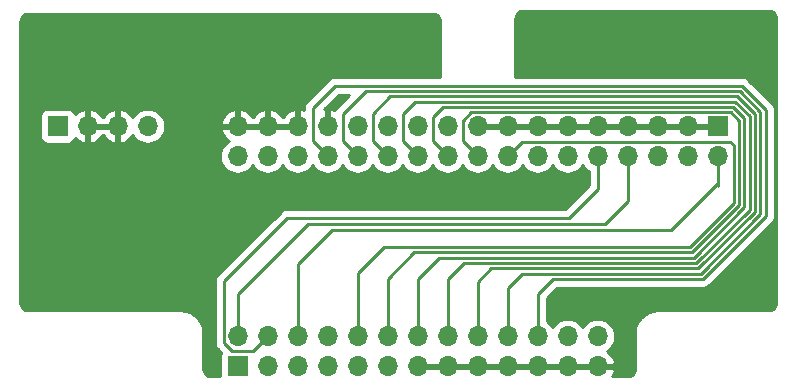
<source format=gbr>
G04 #@! TF.GenerationSoftware,KiCad,Pcbnew,(5.1.2)-2*
G04 #@! TF.CreationDate,2020-12-12T08:56:43+00:00*
G04 #@! TF.ProjectId,Amiga 34-pin to Citizen Slim 26-pin Adapter (Design B),416d6967-6120-4333-942d-70696e20746f,rev?*
G04 #@! TF.SameCoordinates,Original*
G04 #@! TF.FileFunction,Copper,L2,Bot*
G04 #@! TF.FilePolarity,Positive*
%FSLAX46Y46*%
G04 Gerber Fmt 4.6, Leading zero omitted, Abs format (unit mm)*
G04 Created by KiCad (PCBNEW (5.1.2)-2) date 2020-12-12 08:56:43*
%MOMM*%
%LPD*%
G04 APERTURE LIST*
%ADD10O,1.700000X1.700000*%
%ADD11R,1.700000X1.700000*%
%ADD12C,0.250000*%
%ADD13C,0.254000*%
G04 APERTURE END LIST*
D10*
X116840000Y-95250000D03*
X116840000Y-92710000D03*
X119380000Y-95250000D03*
X119380000Y-92710000D03*
X121920000Y-95250000D03*
X121920000Y-92710000D03*
X124460000Y-95250000D03*
X124460000Y-92710000D03*
X127000000Y-95250000D03*
X127000000Y-92710000D03*
X129540000Y-95250000D03*
X129540000Y-92710000D03*
X132080000Y-95250000D03*
X132080000Y-92710000D03*
X134620000Y-95250000D03*
X134620000Y-92710000D03*
X137160000Y-95250000D03*
X137160000Y-92710000D03*
X139700000Y-95250000D03*
X139700000Y-92710000D03*
X142240000Y-95250000D03*
X142240000Y-92710000D03*
X144780000Y-95250000D03*
X144780000Y-92710000D03*
X147320000Y-95250000D03*
X147320000Y-92710000D03*
X149860000Y-95250000D03*
X149860000Y-92710000D03*
X152400000Y-95250000D03*
X152400000Y-92710000D03*
X154940000Y-95250000D03*
X154940000Y-92710000D03*
X157480000Y-95250000D03*
D11*
X157480000Y-92710000D03*
D10*
X109220000Y-92710000D03*
X106680000Y-92710000D03*
X104140000Y-92710000D03*
D11*
X101600000Y-92710000D03*
D10*
X147320000Y-110490000D03*
X147320000Y-113030000D03*
X144780000Y-110490000D03*
X144780000Y-113030000D03*
X142240000Y-110490000D03*
X142240000Y-113030000D03*
X139700000Y-110490000D03*
X139700000Y-113030000D03*
X137160000Y-110490000D03*
X137160000Y-113030000D03*
X134620000Y-110490000D03*
X134620000Y-113030000D03*
X132080000Y-110490000D03*
X132080000Y-113030000D03*
X129540000Y-110490000D03*
X129540000Y-113030000D03*
X127000000Y-110490000D03*
X127000000Y-113030000D03*
X124460000Y-110490000D03*
X124460000Y-113030000D03*
X121920000Y-110490000D03*
X121920000Y-113030000D03*
X119380000Y-110490000D03*
X119380000Y-113030000D03*
X116840000Y-110490000D03*
D11*
X116840000Y-113030000D03*
D12*
X123610001Y-94400001D02*
X124460000Y-95250000D01*
X123190000Y-93980000D02*
X123610001Y-94400001D01*
X123190000Y-91186000D02*
X123190000Y-93980000D01*
X125083978Y-89292022D02*
X123190000Y-91186000D01*
X133206334Y-89292022D02*
X125083978Y-89292022D01*
X133213412Y-89284944D02*
X133206334Y-89292022D01*
X142240000Y-110490000D02*
X142240000Y-106934000D01*
X142240000Y-106934000D02*
X143521022Y-105652978D01*
X143521022Y-105652978D02*
X156229488Y-105652978D01*
X156229488Y-105652978D02*
X161544000Y-100338466D01*
X161544000Y-100338466D02*
X161544000Y-91306943D01*
X161544000Y-91306943D02*
X159522001Y-89284944D01*
X159522001Y-89284944D02*
X133213412Y-89284944D01*
X127681967Y-89742033D02*
X125730000Y-91694000D01*
X133392734Y-89742033D02*
X127681967Y-89742033D01*
X161093989Y-100152066D02*
X161093989Y-91493343D01*
X161093989Y-91493343D02*
X159335601Y-89734955D01*
X125730000Y-93980000D02*
X126150001Y-94400001D01*
X125730000Y-91694000D02*
X125730000Y-93980000D01*
X133399812Y-89734955D02*
X133392734Y-89742033D01*
X156043088Y-105202967D02*
X161093989Y-100152066D01*
X139700000Y-106426000D02*
X140923033Y-105202967D01*
X139700000Y-110490000D02*
X139700000Y-106426000D01*
X126150001Y-94400001D02*
X127000000Y-95250000D01*
X159335601Y-89734955D02*
X133399812Y-89734955D01*
X140923033Y-105202967D02*
X156043088Y-105202967D01*
X137160000Y-105918000D02*
X138325044Y-104752956D01*
X128690001Y-94400001D02*
X129540000Y-95250000D01*
X128270000Y-93980000D02*
X128690001Y-94400001D01*
X129771956Y-90192044D02*
X128270000Y-91694000D01*
X133579134Y-90192044D02*
X129771956Y-90192044D01*
X133586212Y-90184966D02*
X133579134Y-90192044D01*
X159149201Y-90184966D02*
X133586212Y-90184966D01*
X155856688Y-104752956D02*
X160643978Y-99965666D01*
X138325044Y-104752956D02*
X155856688Y-104752956D01*
X137160000Y-110490000D02*
X137160000Y-105918000D01*
X128270000Y-91694000D02*
X128270000Y-93980000D01*
X160643978Y-99965666D02*
X160643978Y-91679743D01*
X160643978Y-91679743D02*
X159149201Y-90184966D01*
X155670288Y-104302945D02*
X160193967Y-99779266D01*
X160193967Y-99779266D02*
X160193967Y-91866143D01*
X160193967Y-91866143D02*
X158962801Y-90634977D01*
X131861945Y-90642055D02*
X130810000Y-91694000D01*
X133772612Y-90634977D02*
X133765534Y-90642055D01*
X130810000Y-93980000D02*
X131230001Y-94400001D01*
X131230001Y-94400001D02*
X132080000Y-95250000D01*
X133765534Y-90642055D02*
X131861945Y-90642055D01*
X135981055Y-104302945D02*
X155670288Y-104302945D01*
X134620000Y-105664000D02*
X135981055Y-104302945D01*
X134620000Y-110490000D02*
X134620000Y-105664000D01*
X158962801Y-90634977D02*
X133772612Y-90634977D01*
X130810000Y-91694000D02*
X130810000Y-93980000D01*
X132080000Y-110490000D02*
X132080000Y-105664000D01*
X132080000Y-105664000D02*
X133891066Y-103852934D01*
X133891066Y-103852934D02*
X155483888Y-103852934D01*
X159743956Y-92052543D02*
X158776401Y-91084988D01*
X158776401Y-91084988D02*
X134213012Y-91084988D01*
X133350000Y-91948000D02*
X133350000Y-93980000D01*
X133770001Y-94400001D02*
X134620000Y-95250000D01*
X159743956Y-99592866D02*
X159743956Y-92052543D01*
X134213012Y-91084988D02*
X133350000Y-91948000D01*
X155483888Y-103852934D02*
X159743956Y-99592866D01*
X133350000Y-93980000D02*
X133770001Y-94400001D01*
X129540000Y-110490000D02*
X129540000Y-105664000D01*
X159293945Y-99406466D02*
X159293945Y-92238943D01*
X131801077Y-103402923D02*
X155297488Y-103402923D01*
X136310001Y-94400001D02*
X137160000Y-95250000D01*
X155297488Y-103402923D02*
X159293945Y-99406466D01*
X135890000Y-93980000D02*
X136310001Y-94400001D01*
X135890000Y-92240998D02*
X135890000Y-93980000D01*
X136595999Y-91534999D02*
X135890000Y-92240998D01*
X159293945Y-92238943D02*
X158590001Y-91534999D01*
X129540000Y-105664000D02*
X131801077Y-103402923D01*
X158590001Y-91534999D02*
X136595999Y-91534999D01*
X155111088Y-102952912D02*
X158843934Y-99220066D01*
X158843934Y-99220066D02*
X158843934Y-94327934D01*
X158843934Y-94327934D02*
X158546800Y-94030800D01*
X158546800Y-94030800D02*
X140919200Y-94030800D01*
X140549999Y-94400001D02*
X139700000Y-95250000D01*
X140919200Y-94030800D02*
X140549999Y-94400001D01*
X127000000Y-110490000D02*
X127000000Y-105156000D01*
X127000000Y-105156000D02*
X129203088Y-102952912D01*
X129203088Y-102952912D02*
X155111088Y-102952912D01*
X157480000Y-97790000D02*
X157480000Y-96452081D01*
X157480000Y-96452081D02*
X157480000Y-95250000D01*
X157480000Y-97536000D02*
X157480000Y-96452081D01*
X153543000Y-101473000D02*
X157480000Y-97536000D01*
X124841000Y-101473000D02*
X153543000Y-101473000D01*
X121920000Y-104394000D02*
X124841000Y-101473000D01*
X121920000Y-110490000D02*
X121920000Y-104394000D01*
X118110000Y-111760000D02*
X119285001Y-110584999D01*
X116370998Y-111760000D02*
X118110000Y-111760000D01*
X147320000Y-95250000D02*
X147320000Y-98044000D01*
X144907000Y-100457000D02*
X121031000Y-100457000D01*
X147320000Y-98044000D02*
X144907000Y-100457000D01*
X121031000Y-100457000D02*
X115664999Y-105823001D01*
X115664999Y-105823001D02*
X115664999Y-111054001D01*
X115664999Y-111054001D02*
X116370998Y-111760000D01*
X149860000Y-96452081D02*
X149860000Y-95250000D01*
X149860000Y-99060000D02*
X149860000Y-96452081D01*
X147955000Y-100965000D02*
X149860000Y-99060000D01*
X122809000Y-100965000D02*
X147955000Y-100965000D01*
X116840000Y-110490000D02*
X116840000Y-106934000D01*
X116840000Y-106934000D02*
X122809000Y-100965000D01*
D13*
G36*
X133467869Y-83224722D02*
G01*
X133581246Y-83258953D01*
X133685819Y-83314555D01*
X133777596Y-83389407D01*
X133853091Y-83480664D01*
X133909419Y-83584844D01*
X133944440Y-83697976D01*
X133960001Y-83846031D01*
X133960000Y-88524944D01*
X133250735Y-88524944D01*
X133213412Y-88521268D01*
X133176090Y-88524944D01*
X133176079Y-88524944D01*
X133104216Y-88532022D01*
X125121300Y-88532022D01*
X125083977Y-88528346D01*
X125046654Y-88532022D01*
X125046645Y-88532022D01*
X124934992Y-88543019D01*
X124791731Y-88586476D01*
X124659702Y-88657048D01*
X124659700Y-88657049D01*
X124659701Y-88657049D01*
X124572974Y-88728223D01*
X124572970Y-88728227D01*
X124543977Y-88752021D01*
X124520183Y-88781014D01*
X122679002Y-90622197D01*
X122649999Y-90645999D01*
X122594871Y-90713174D01*
X122555026Y-90761724D01*
X122503368Y-90858369D01*
X122484454Y-90893754D01*
X122440997Y-91037015D01*
X122430000Y-91148668D01*
X122430000Y-91148678D01*
X122426324Y-91186000D01*
X122430000Y-91223323D01*
X122430000Y-91315986D01*
X122424099Y-91313175D01*
X122276890Y-91268524D01*
X122047000Y-91389845D01*
X122047000Y-92583000D01*
X122067000Y-92583000D01*
X122067000Y-92837000D01*
X122047000Y-92837000D01*
X122047000Y-92857000D01*
X121793000Y-92857000D01*
X121793000Y-92837000D01*
X119507000Y-92837000D01*
X119507000Y-92857000D01*
X119253000Y-92857000D01*
X119253000Y-92837000D01*
X116967000Y-92837000D01*
X116967000Y-92857000D01*
X116713000Y-92857000D01*
X116713000Y-92837000D01*
X115519186Y-92837000D01*
X115398519Y-93066891D01*
X115495843Y-93341252D01*
X115644822Y-93591355D01*
X115839731Y-93807588D01*
X116068756Y-93978416D01*
X116010986Y-94009294D01*
X115784866Y-94194866D01*
X115599294Y-94420986D01*
X115461401Y-94678966D01*
X115376487Y-94958889D01*
X115347815Y-95250000D01*
X115376487Y-95541111D01*
X115461401Y-95821034D01*
X115599294Y-96079014D01*
X115784866Y-96305134D01*
X116010986Y-96490706D01*
X116268966Y-96628599D01*
X116548889Y-96713513D01*
X116767050Y-96735000D01*
X116912950Y-96735000D01*
X117131111Y-96713513D01*
X117411034Y-96628599D01*
X117669014Y-96490706D01*
X117895134Y-96305134D01*
X118080706Y-96079014D01*
X118110000Y-96024209D01*
X118139294Y-96079014D01*
X118324866Y-96305134D01*
X118550986Y-96490706D01*
X118808966Y-96628599D01*
X119088889Y-96713513D01*
X119307050Y-96735000D01*
X119452950Y-96735000D01*
X119671111Y-96713513D01*
X119951034Y-96628599D01*
X120209014Y-96490706D01*
X120435134Y-96305134D01*
X120620706Y-96079014D01*
X120650000Y-96024209D01*
X120679294Y-96079014D01*
X120864866Y-96305134D01*
X121090986Y-96490706D01*
X121348966Y-96628599D01*
X121628889Y-96713513D01*
X121847050Y-96735000D01*
X121992950Y-96735000D01*
X122211111Y-96713513D01*
X122491034Y-96628599D01*
X122749014Y-96490706D01*
X122975134Y-96305134D01*
X123160706Y-96079014D01*
X123190000Y-96024209D01*
X123219294Y-96079014D01*
X123404866Y-96305134D01*
X123630986Y-96490706D01*
X123888966Y-96628599D01*
X124168889Y-96713513D01*
X124387050Y-96735000D01*
X124532950Y-96735000D01*
X124751111Y-96713513D01*
X125031034Y-96628599D01*
X125289014Y-96490706D01*
X125515134Y-96305134D01*
X125700706Y-96079014D01*
X125730000Y-96024209D01*
X125759294Y-96079014D01*
X125944866Y-96305134D01*
X126170986Y-96490706D01*
X126428966Y-96628599D01*
X126708889Y-96713513D01*
X126927050Y-96735000D01*
X127072950Y-96735000D01*
X127291111Y-96713513D01*
X127571034Y-96628599D01*
X127829014Y-96490706D01*
X128055134Y-96305134D01*
X128240706Y-96079014D01*
X128270000Y-96024209D01*
X128299294Y-96079014D01*
X128484866Y-96305134D01*
X128710986Y-96490706D01*
X128968966Y-96628599D01*
X129248889Y-96713513D01*
X129467050Y-96735000D01*
X129612950Y-96735000D01*
X129831111Y-96713513D01*
X130111034Y-96628599D01*
X130369014Y-96490706D01*
X130595134Y-96305134D01*
X130780706Y-96079014D01*
X130810000Y-96024209D01*
X130839294Y-96079014D01*
X131024866Y-96305134D01*
X131250986Y-96490706D01*
X131508966Y-96628599D01*
X131788889Y-96713513D01*
X132007050Y-96735000D01*
X132152950Y-96735000D01*
X132371111Y-96713513D01*
X132651034Y-96628599D01*
X132909014Y-96490706D01*
X133135134Y-96305134D01*
X133320706Y-96079014D01*
X133350000Y-96024209D01*
X133379294Y-96079014D01*
X133564866Y-96305134D01*
X133790986Y-96490706D01*
X134048966Y-96628599D01*
X134328889Y-96713513D01*
X134547050Y-96735000D01*
X134692950Y-96735000D01*
X134911111Y-96713513D01*
X135191034Y-96628599D01*
X135449014Y-96490706D01*
X135675134Y-96305134D01*
X135860706Y-96079014D01*
X135890000Y-96024209D01*
X135919294Y-96079014D01*
X136104866Y-96305134D01*
X136330986Y-96490706D01*
X136588966Y-96628599D01*
X136868889Y-96713513D01*
X137087050Y-96735000D01*
X137232950Y-96735000D01*
X137451111Y-96713513D01*
X137731034Y-96628599D01*
X137989014Y-96490706D01*
X138215134Y-96305134D01*
X138400706Y-96079014D01*
X138430000Y-96024209D01*
X138459294Y-96079014D01*
X138644866Y-96305134D01*
X138870986Y-96490706D01*
X139128966Y-96628599D01*
X139408889Y-96713513D01*
X139627050Y-96735000D01*
X139772950Y-96735000D01*
X139991111Y-96713513D01*
X140271034Y-96628599D01*
X140529014Y-96490706D01*
X140755134Y-96305134D01*
X140940706Y-96079014D01*
X140970000Y-96024209D01*
X140999294Y-96079014D01*
X141184866Y-96305134D01*
X141410986Y-96490706D01*
X141668966Y-96628599D01*
X141948889Y-96713513D01*
X142167050Y-96735000D01*
X142312950Y-96735000D01*
X142531111Y-96713513D01*
X142811034Y-96628599D01*
X143069014Y-96490706D01*
X143295134Y-96305134D01*
X143480706Y-96079014D01*
X143510000Y-96024209D01*
X143539294Y-96079014D01*
X143724866Y-96305134D01*
X143950986Y-96490706D01*
X144208966Y-96628599D01*
X144488889Y-96713513D01*
X144707050Y-96735000D01*
X144852950Y-96735000D01*
X145071111Y-96713513D01*
X145351034Y-96628599D01*
X145609014Y-96490706D01*
X145835134Y-96305134D01*
X146020706Y-96079014D01*
X146050000Y-96024209D01*
X146079294Y-96079014D01*
X146264866Y-96305134D01*
X146490986Y-96490706D01*
X146560000Y-96527595D01*
X146560001Y-97729197D01*
X144592199Y-99697000D01*
X121068322Y-99697000D01*
X121030999Y-99693324D01*
X120993676Y-99697000D01*
X120993667Y-99697000D01*
X120882014Y-99707997D01*
X120738753Y-99751454D01*
X120606724Y-99822026D01*
X120606722Y-99822027D01*
X120606723Y-99822027D01*
X120519996Y-99893201D01*
X120519992Y-99893205D01*
X120490999Y-99916999D01*
X120467205Y-99945992D01*
X115154002Y-105259197D01*
X115124998Y-105283000D01*
X115069870Y-105350175D01*
X115030025Y-105398725D01*
X114974845Y-105501959D01*
X114959453Y-105530755D01*
X114915996Y-105674016D01*
X114904999Y-105785669D01*
X114904999Y-105785679D01*
X114901323Y-105823001D01*
X114904999Y-105860324D01*
X114905000Y-111016669D01*
X114901323Y-111054001D01*
X114905000Y-111091334D01*
X114915997Y-111202987D01*
X114926922Y-111239003D01*
X114959453Y-111346247D01*
X115030025Y-111478277D01*
X115101200Y-111565003D01*
X115124999Y-111594002D01*
X115153997Y-111617800D01*
X115425410Y-111889214D01*
X115400498Y-111935820D01*
X115364188Y-112055518D01*
X115351928Y-112180000D01*
X115351928Y-113880000D01*
X115353307Y-113894000D01*
X114586279Y-113894000D01*
X114436131Y-113879278D01*
X114322754Y-113845047D01*
X114218183Y-113789446D01*
X114126405Y-113714594D01*
X114050909Y-113623335D01*
X113994581Y-113519160D01*
X113959560Y-113406024D01*
X113944000Y-113257979D01*
X113944000Y-110203581D01*
X113941198Y-110175135D01*
X113941253Y-110167318D01*
X113940354Y-110158147D01*
X113914446Y-109911644D01*
X113902414Y-109853028D01*
X113891208Y-109794284D01*
X113888544Y-109785462D01*
X113815249Y-109548686D01*
X113792074Y-109493555D01*
X113769661Y-109438080D01*
X113765334Y-109429944D01*
X113647446Y-109211914D01*
X113614012Y-109162346D01*
X113581240Y-109112265D01*
X113575416Y-109105124D01*
X113417423Y-108914144D01*
X113374988Y-108872005D01*
X113333125Y-108829255D01*
X113326024Y-108823381D01*
X113133946Y-108666727D01*
X113084169Y-108633655D01*
X113034763Y-108599826D01*
X113026657Y-108595444D01*
X112807809Y-108479081D01*
X112752532Y-108456298D01*
X112697525Y-108432721D01*
X112688722Y-108429997D01*
X112451441Y-108358357D01*
X112392754Y-108346736D01*
X112334248Y-108334300D01*
X112325085Y-108333337D01*
X112325083Y-108333337D01*
X112078405Y-108309150D01*
X112078402Y-108309150D01*
X112046419Y-108306000D01*
X99092279Y-108306000D01*
X98942131Y-108291278D01*
X98828754Y-108257047D01*
X98724183Y-108201446D01*
X98632405Y-108126594D01*
X98556909Y-108035335D01*
X98500581Y-107931160D01*
X98465560Y-107818024D01*
X98450000Y-107669979D01*
X98450000Y-91860000D01*
X100111928Y-91860000D01*
X100111928Y-93560000D01*
X100124188Y-93684482D01*
X100160498Y-93804180D01*
X100219463Y-93914494D01*
X100298815Y-94011185D01*
X100395506Y-94090537D01*
X100505820Y-94149502D01*
X100625518Y-94185812D01*
X100750000Y-94198072D01*
X102450000Y-94198072D01*
X102574482Y-94185812D01*
X102694180Y-94149502D01*
X102804494Y-94090537D01*
X102901185Y-94011185D01*
X102980537Y-93914494D01*
X103039502Y-93804180D01*
X103063966Y-93723534D01*
X103139731Y-93807588D01*
X103373080Y-93981641D01*
X103635901Y-94106825D01*
X103783110Y-94151476D01*
X104013000Y-94030155D01*
X104013000Y-92837000D01*
X104267000Y-92837000D01*
X104267000Y-94030155D01*
X104496890Y-94151476D01*
X104644099Y-94106825D01*
X104906920Y-93981641D01*
X105140269Y-93807588D01*
X105335178Y-93591355D01*
X105410000Y-93465745D01*
X105484822Y-93591355D01*
X105679731Y-93807588D01*
X105913080Y-93981641D01*
X106175901Y-94106825D01*
X106323110Y-94151476D01*
X106553000Y-94030155D01*
X106553000Y-92837000D01*
X104267000Y-92837000D01*
X104013000Y-92837000D01*
X103993000Y-92837000D01*
X103993000Y-92583000D01*
X104013000Y-92583000D01*
X104013000Y-91389845D01*
X104267000Y-91389845D01*
X104267000Y-92583000D01*
X106553000Y-92583000D01*
X106553000Y-91389845D01*
X106807000Y-91389845D01*
X106807000Y-92583000D01*
X106827000Y-92583000D01*
X106827000Y-92837000D01*
X106807000Y-92837000D01*
X106807000Y-94030155D01*
X107036890Y-94151476D01*
X107184099Y-94106825D01*
X107446920Y-93981641D01*
X107680269Y-93807588D01*
X107875178Y-93591355D01*
X107944799Y-93474477D01*
X107979294Y-93539014D01*
X108164866Y-93765134D01*
X108390986Y-93950706D01*
X108648966Y-94088599D01*
X108928889Y-94173513D01*
X109147050Y-94195000D01*
X109292950Y-94195000D01*
X109511111Y-94173513D01*
X109791034Y-94088599D01*
X110049014Y-93950706D01*
X110275134Y-93765134D01*
X110460706Y-93539014D01*
X110598599Y-93281034D01*
X110683513Y-93001111D01*
X110712185Y-92710000D01*
X110683513Y-92418889D01*
X110663559Y-92353109D01*
X115398519Y-92353109D01*
X115519186Y-92583000D01*
X116713000Y-92583000D01*
X116713000Y-91389845D01*
X116967000Y-91389845D01*
X116967000Y-92583000D01*
X119253000Y-92583000D01*
X119253000Y-91389845D01*
X119507000Y-91389845D01*
X119507000Y-92583000D01*
X121793000Y-92583000D01*
X121793000Y-91389845D01*
X121563110Y-91268524D01*
X121415901Y-91313175D01*
X121153080Y-91438359D01*
X120919731Y-91612412D01*
X120724822Y-91828645D01*
X120650000Y-91954255D01*
X120575178Y-91828645D01*
X120380269Y-91612412D01*
X120146920Y-91438359D01*
X119884099Y-91313175D01*
X119736890Y-91268524D01*
X119507000Y-91389845D01*
X119253000Y-91389845D01*
X119023110Y-91268524D01*
X118875901Y-91313175D01*
X118613080Y-91438359D01*
X118379731Y-91612412D01*
X118184822Y-91828645D01*
X118110000Y-91954255D01*
X118035178Y-91828645D01*
X117840269Y-91612412D01*
X117606920Y-91438359D01*
X117344099Y-91313175D01*
X117196890Y-91268524D01*
X116967000Y-91389845D01*
X116713000Y-91389845D01*
X116483110Y-91268524D01*
X116335901Y-91313175D01*
X116073080Y-91438359D01*
X115839731Y-91612412D01*
X115644822Y-91828645D01*
X115495843Y-92078748D01*
X115398519Y-92353109D01*
X110663559Y-92353109D01*
X110598599Y-92138966D01*
X110460706Y-91880986D01*
X110275134Y-91654866D01*
X110049014Y-91469294D01*
X109791034Y-91331401D01*
X109511111Y-91246487D01*
X109292950Y-91225000D01*
X109147050Y-91225000D01*
X108928889Y-91246487D01*
X108648966Y-91331401D01*
X108390986Y-91469294D01*
X108164866Y-91654866D01*
X107979294Y-91880986D01*
X107944799Y-91945523D01*
X107875178Y-91828645D01*
X107680269Y-91612412D01*
X107446920Y-91438359D01*
X107184099Y-91313175D01*
X107036890Y-91268524D01*
X106807000Y-91389845D01*
X106553000Y-91389845D01*
X106323110Y-91268524D01*
X106175901Y-91313175D01*
X105913080Y-91438359D01*
X105679731Y-91612412D01*
X105484822Y-91828645D01*
X105410000Y-91954255D01*
X105335178Y-91828645D01*
X105140269Y-91612412D01*
X104906920Y-91438359D01*
X104644099Y-91313175D01*
X104496890Y-91268524D01*
X104267000Y-91389845D01*
X104013000Y-91389845D01*
X103783110Y-91268524D01*
X103635901Y-91313175D01*
X103373080Y-91438359D01*
X103139731Y-91612412D01*
X103063966Y-91696466D01*
X103039502Y-91615820D01*
X102980537Y-91505506D01*
X102901185Y-91408815D01*
X102804494Y-91329463D01*
X102694180Y-91270498D01*
X102574482Y-91234188D01*
X102450000Y-91221928D01*
X100750000Y-91221928D01*
X100625518Y-91234188D01*
X100505820Y-91270498D01*
X100395506Y-91329463D01*
X100298815Y-91408815D01*
X100219463Y-91505506D01*
X100160498Y-91615820D01*
X100124188Y-91735518D01*
X100111928Y-91860000D01*
X98450000Y-91860000D01*
X98450000Y-83852279D01*
X98464722Y-83702131D01*
X98498953Y-83588754D01*
X98554555Y-83484181D01*
X98629407Y-83392404D01*
X98720664Y-83316909D01*
X98824844Y-83260581D01*
X98937976Y-83225560D01*
X99086022Y-83210000D01*
X133317721Y-83210000D01*
X133467869Y-83224722D01*
X133467869Y-83224722D01*
G37*
X133467869Y-83224722D02*
X133581246Y-83258953D01*
X133685819Y-83314555D01*
X133777596Y-83389407D01*
X133853091Y-83480664D01*
X133909419Y-83584844D01*
X133944440Y-83697976D01*
X133960001Y-83846031D01*
X133960000Y-88524944D01*
X133250735Y-88524944D01*
X133213412Y-88521268D01*
X133176090Y-88524944D01*
X133176079Y-88524944D01*
X133104216Y-88532022D01*
X125121300Y-88532022D01*
X125083977Y-88528346D01*
X125046654Y-88532022D01*
X125046645Y-88532022D01*
X124934992Y-88543019D01*
X124791731Y-88586476D01*
X124659702Y-88657048D01*
X124659700Y-88657049D01*
X124659701Y-88657049D01*
X124572974Y-88728223D01*
X124572970Y-88728227D01*
X124543977Y-88752021D01*
X124520183Y-88781014D01*
X122679002Y-90622197D01*
X122649999Y-90645999D01*
X122594871Y-90713174D01*
X122555026Y-90761724D01*
X122503368Y-90858369D01*
X122484454Y-90893754D01*
X122440997Y-91037015D01*
X122430000Y-91148668D01*
X122430000Y-91148678D01*
X122426324Y-91186000D01*
X122430000Y-91223323D01*
X122430000Y-91315986D01*
X122424099Y-91313175D01*
X122276890Y-91268524D01*
X122047000Y-91389845D01*
X122047000Y-92583000D01*
X122067000Y-92583000D01*
X122067000Y-92837000D01*
X122047000Y-92837000D01*
X122047000Y-92857000D01*
X121793000Y-92857000D01*
X121793000Y-92837000D01*
X119507000Y-92837000D01*
X119507000Y-92857000D01*
X119253000Y-92857000D01*
X119253000Y-92837000D01*
X116967000Y-92837000D01*
X116967000Y-92857000D01*
X116713000Y-92857000D01*
X116713000Y-92837000D01*
X115519186Y-92837000D01*
X115398519Y-93066891D01*
X115495843Y-93341252D01*
X115644822Y-93591355D01*
X115839731Y-93807588D01*
X116068756Y-93978416D01*
X116010986Y-94009294D01*
X115784866Y-94194866D01*
X115599294Y-94420986D01*
X115461401Y-94678966D01*
X115376487Y-94958889D01*
X115347815Y-95250000D01*
X115376487Y-95541111D01*
X115461401Y-95821034D01*
X115599294Y-96079014D01*
X115784866Y-96305134D01*
X116010986Y-96490706D01*
X116268966Y-96628599D01*
X116548889Y-96713513D01*
X116767050Y-96735000D01*
X116912950Y-96735000D01*
X117131111Y-96713513D01*
X117411034Y-96628599D01*
X117669014Y-96490706D01*
X117895134Y-96305134D01*
X118080706Y-96079014D01*
X118110000Y-96024209D01*
X118139294Y-96079014D01*
X118324866Y-96305134D01*
X118550986Y-96490706D01*
X118808966Y-96628599D01*
X119088889Y-96713513D01*
X119307050Y-96735000D01*
X119452950Y-96735000D01*
X119671111Y-96713513D01*
X119951034Y-96628599D01*
X120209014Y-96490706D01*
X120435134Y-96305134D01*
X120620706Y-96079014D01*
X120650000Y-96024209D01*
X120679294Y-96079014D01*
X120864866Y-96305134D01*
X121090986Y-96490706D01*
X121348966Y-96628599D01*
X121628889Y-96713513D01*
X121847050Y-96735000D01*
X121992950Y-96735000D01*
X122211111Y-96713513D01*
X122491034Y-96628599D01*
X122749014Y-96490706D01*
X122975134Y-96305134D01*
X123160706Y-96079014D01*
X123190000Y-96024209D01*
X123219294Y-96079014D01*
X123404866Y-96305134D01*
X123630986Y-96490706D01*
X123888966Y-96628599D01*
X124168889Y-96713513D01*
X124387050Y-96735000D01*
X124532950Y-96735000D01*
X124751111Y-96713513D01*
X125031034Y-96628599D01*
X125289014Y-96490706D01*
X125515134Y-96305134D01*
X125700706Y-96079014D01*
X125730000Y-96024209D01*
X125759294Y-96079014D01*
X125944866Y-96305134D01*
X126170986Y-96490706D01*
X126428966Y-96628599D01*
X126708889Y-96713513D01*
X126927050Y-96735000D01*
X127072950Y-96735000D01*
X127291111Y-96713513D01*
X127571034Y-96628599D01*
X127829014Y-96490706D01*
X128055134Y-96305134D01*
X128240706Y-96079014D01*
X128270000Y-96024209D01*
X128299294Y-96079014D01*
X128484866Y-96305134D01*
X128710986Y-96490706D01*
X128968966Y-96628599D01*
X129248889Y-96713513D01*
X129467050Y-96735000D01*
X129612950Y-96735000D01*
X129831111Y-96713513D01*
X130111034Y-96628599D01*
X130369014Y-96490706D01*
X130595134Y-96305134D01*
X130780706Y-96079014D01*
X130810000Y-96024209D01*
X130839294Y-96079014D01*
X131024866Y-96305134D01*
X131250986Y-96490706D01*
X131508966Y-96628599D01*
X131788889Y-96713513D01*
X132007050Y-96735000D01*
X132152950Y-96735000D01*
X132371111Y-96713513D01*
X132651034Y-96628599D01*
X132909014Y-96490706D01*
X133135134Y-96305134D01*
X133320706Y-96079014D01*
X133350000Y-96024209D01*
X133379294Y-96079014D01*
X133564866Y-96305134D01*
X133790986Y-96490706D01*
X134048966Y-96628599D01*
X134328889Y-96713513D01*
X134547050Y-96735000D01*
X134692950Y-96735000D01*
X134911111Y-96713513D01*
X135191034Y-96628599D01*
X135449014Y-96490706D01*
X135675134Y-96305134D01*
X135860706Y-96079014D01*
X135890000Y-96024209D01*
X135919294Y-96079014D01*
X136104866Y-96305134D01*
X136330986Y-96490706D01*
X136588966Y-96628599D01*
X136868889Y-96713513D01*
X137087050Y-96735000D01*
X137232950Y-96735000D01*
X137451111Y-96713513D01*
X137731034Y-96628599D01*
X137989014Y-96490706D01*
X138215134Y-96305134D01*
X138400706Y-96079014D01*
X138430000Y-96024209D01*
X138459294Y-96079014D01*
X138644866Y-96305134D01*
X138870986Y-96490706D01*
X139128966Y-96628599D01*
X139408889Y-96713513D01*
X139627050Y-96735000D01*
X139772950Y-96735000D01*
X139991111Y-96713513D01*
X140271034Y-96628599D01*
X140529014Y-96490706D01*
X140755134Y-96305134D01*
X140940706Y-96079014D01*
X140970000Y-96024209D01*
X140999294Y-96079014D01*
X141184866Y-96305134D01*
X141410986Y-96490706D01*
X141668966Y-96628599D01*
X141948889Y-96713513D01*
X142167050Y-96735000D01*
X142312950Y-96735000D01*
X142531111Y-96713513D01*
X142811034Y-96628599D01*
X143069014Y-96490706D01*
X143295134Y-96305134D01*
X143480706Y-96079014D01*
X143510000Y-96024209D01*
X143539294Y-96079014D01*
X143724866Y-96305134D01*
X143950986Y-96490706D01*
X144208966Y-96628599D01*
X144488889Y-96713513D01*
X144707050Y-96735000D01*
X144852950Y-96735000D01*
X145071111Y-96713513D01*
X145351034Y-96628599D01*
X145609014Y-96490706D01*
X145835134Y-96305134D01*
X146020706Y-96079014D01*
X146050000Y-96024209D01*
X146079294Y-96079014D01*
X146264866Y-96305134D01*
X146490986Y-96490706D01*
X146560000Y-96527595D01*
X146560001Y-97729197D01*
X144592199Y-99697000D01*
X121068322Y-99697000D01*
X121030999Y-99693324D01*
X120993676Y-99697000D01*
X120993667Y-99697000D01*
X120882014Y-99707997D01*
X120738753Y-99751454D01*
X120606724Y-99822026D01*
X120606722Y-99822027D01*
X120606723Y-99822027D01*
X120519996Y-99893201D01*
X120519992Y-99893205D01*
X120490999Y-99916999D01*
X120467205Y-99945992D01*
X115154002Y-105259197D01*
X115124998Y-105283000D01*
X115069870Y-105350175D01*
X115030025Y-105398725D01*
X114974845Y-105501959D01*
X114959453Y-105530755D01*
X114915996Y-105674016D01*
X114904999Y-105785669D01*
X114904999Y-105785679D01*
X114901323Y-105823001D01*
X114904999Y-105860324D01*
X114905000Y-111016669D01*
X114901323Y-111054001D01*
X114905000Y-111091334D01*
X114915997Y-111202987D01*
X114926922Y-111239003D01*
X114959453Y-111346247D01*
X115030025Y-111478277D01*
X115101200Y-111565003D01*
X115124999Y-111594002D01*
X115153997Y-111617800D01*
X115425410Y-111889214D01*
X115400498Y-111935820D01*
X115364188Y-112055518D01*
X115351928Y-112180000D01*
X115351928Y-113880000D01*
X115353307Y-113894000D01*
X114586279Y-113894000D01*
X114436131Y-113879278D01*
X114322754Y-113845047D01*
X114218183Y-113789446D01*
X114126405Y-113714594D01*
X114050909Y-113623335D01*
X113994581Y-113519160D01*
X113959560Y-113406024D01*
X113944000Y-113257979D01*
X113944000Y-110203581D01*
X113941198Y-110175135D01*
X113941253Y-110167318D01*
X113940354Y-110158147D01*
X113914446Y-109911644D01*
X113902414Y-109853028D01*
X113891208Y-109794284D01*
X113888544Y-109785462D01*
X113815249Y-109548686D01*
X113792074Y-109493555D01*
X113769661Y-109438080D01*
X113765334Y-109429944D01*
X113647446Y-109211914D01*
X113614012Y-109162346D01*
X113581240Y-109112265D01*
X113575416Y-109105124D01*
X113417423Y-108914144D01*
X113374988Y-108872005D01*
X113333125Y-108829255D01*
X113326024Y-108823381D01*
X113133946Y-108666727D01*
X113084169Y-108633655D01*
X113034763Y-108599826D01*
X113026657Y-108595444D01*
X112807809Y-108479081D01*
X112752532Y-108456298D01*
X112697525Y-108432721D01*
X112688722Y-108429997D01*
X112451441Y-108358357D01*
X112392754Y-108346736D01*
X112334248Y-108334300D01*
X112325085Y-108333337D01*
X112325083Y-108333337D01*
X112078405Y-108309150D01*
X112078402Y-108309150D01*
X112046419Y-108306000D01*
X99092279Y-108306000D01*
X98942131Y-108291278D01*
X98828754Y-108257047D01*
X98724183Y-108201446D01*
X98632405Y-108126594D01*
X98556909Y-108035335D01*
X98500581Y-107931160D01*
X98465560Y-107818024D01*
X98450000Y-107669979D01*
X98450000Y-91860000D01*
X100111928Y-91860000D01*
X100111928Y-93560000D01*
X100124188Y-93684482D01*
X100160498Y-93804180D01*
X100219463Y-93914494D01*
X100298815Y-94011185D01*
X100395506Y-94090537D01*
X100505820Y-94149502D01*
X100625518Y-94185812D01*
X100750000Y-94198072D01*
X102450000Y-94198072D01*
X102574482Y-94185812D01*
X102694180Y-94149502D01*
X102804494Y-94090537D01*
X102901185Y-94011185D01*
X102980537Y-93914494D01*
X103039502Y-93804180D01*
X103063966Y-93723534D01*
X103139731Y-93807588D01*
X103373080Y-93981641D01*
X103635901Y-94106825D01*
X103783110Y-94151476D01*
X104013000Y-94030155D01*
X104013000Y-92837000D01*
X104267000Y-92837000D01*
X104267000Y-94030155D01*
X104496890Y-94151476D01*
X104644099Y-94106825D01*
X104906920Y-93981641D01*
X105140269Y-93807588D01*
X105335178Y-93591355D01*
X105410000Y-93465745D01*
X105484822Y-93591355D01*
X105679731Y-93807588D01*
X105913080Y-93981641D01*
X106175901Y-94106825D01*
X106323110Y-94151476D01*
X106553000Y-94030155D01*
X106553000Y-92837000D01*
X104267000Y-92837000D01*
X104013000Y-92837000D01*
X103993000Y-92837000D01*
X103993000Y-92583000D01*
X104013000Y-92583000D01*
X104013000Y-91389845D01*
X104267000Y-91389845D01*
X104267000Y-92583000D01*
X106553000Y-92583000D01*
X106553000Y-91389845D01*
X106807000Y-91389845D01*
X106807000Y-92583000D01*
X106827000Y-92583000D01*
X106827000Y-92837000D01*
X106807000Y-92837000D01*
X106807000Y-94030155D01*
X107036890Y-94151476D01*
X107184099Y-94106825D01*
X107446920Y-93981641D01*
X107680269Y-93807588D01*
X107875178Y-93591355D01*
X107944799Y-93474477D01*
X107979294Y-93539014D01*
X108164866Y-93765134D01*
X108390986Y-93950706D01*
X108648966Y-94088599D01*
X108928889Y-94173513D01*
X109147050Y-94195000D01*
X109292950Y-94195000D01*
X109511111Y-94173513D01*
X109791034Y-94088599D01*
X110049014Y-93950706D01*
X110275134Y-93765134D01*
X110460706Y-93539014D01*
X110598599Y-93281034D01*
X110683513Y-93001111D01*
X110712185Y-92710000D01*
X110683513Y-92418889D01*
X110663559Y-92353109D01*
X115398519Y-92353109D01*
X115519186Y-92583000D01*
X116713000Y-92583000D01*
X116713000Y-91389845D01*
X116967000Y-91389845D01*
X116967000Y-92583000D01*
X119253000Y-92583000D01*
X119253000Y-91389845D01*
X119507000Y-91389845D01*
X119507000Y-92583000D01*
X121793000Y-92583000D01*
X121793000Y-91389845D01*
X121563110Y-91268524D01*
X121415901Y-91313175D01*
X121153080Y-91438359D01*
X120919731Y-91612412D01*
X120724822Y-91828645D01*
X120650000Y-91954255D01*
X120575178Y-91828645D01*
X120380269Y-91612412D01*
X120146920Y-91438359D01*
X119884099Y-91313175D01*
X119736890Y-91268524D01*
X119507000Y-91389845D01*
X119253000Y-91389845D01*
X119023110Y-91268524D01*
X118875901Y-91313175D01*
X118613080Y-91438359D01*
X118379731Y-91612412D01*
X118184822Y-91828645D01*
X118110000Y-91954255D01*
X118035178Y-91828645D01*
X117840269Y-91612412D01*
X117606920Y-91438359D01*
X117344099Y-91313175D01*
X117196890Y-91268524D01*
X116967000Y-91389845D01*
X116713000Y-91389845D01*
X116483110Y-91268524D01*
X116335901Y-91313175D01*
X116073080Y-91438359D01*
X115839731Y-91612412D01*
X115644822Y-91828645D01*
X115495843Y-92078748D01*
X115398519Y-92353109D01*
X110663559Y-92353109D01*
X110598599Y-92138966D01*
X110460706Y-91880986D01*
X110275134Y-91654866D01*
X110049014Y-91469294D01*
X109791034Y-91331401D01*
X109511111Y-91246487D01*
X109292950Y-91225000D01*
X109147050Y-91225000D01*
X108928889Y-91246487D01*
X108648966Y-91331401D01*
X108390986Y-91469294D01*
X108164866Y-91654866D01*
X107979294Y-91880986D01*
X107944799Y-91945523D01*
X107875178Y-91828645D01*
X107680269Y-91612412D01*
X107446920Y-91438359D01*
X107184099Y-91313175D01*
X107036890Y-91268524D01*
X106807000Y-91389845D01*
X106553000Y-91389845D01*
X106323110Y-91268524D01*
X106175901Y-91313175D01*
X105913080Y-91438359D01*
X105679731Y-91612412D01*
X105484822Y-91828645D01*
X105410000Y-91954255D01*
X105335178Y-91828645D01*
X105140269Y-91612412D01*
X104906920Y-91438359D01*
X104644099Y-91313175D01*
X104496890Y-91268524D01*
X104267000Y-91389845D01*
X104013000Y-91389845D01*
X103783110Y-91268524D01*
X103635901Y-91313175D01*
X103373080Y-91438359D01*
X103139731Y-91612412D01*
X103063966Y-91696466D01*
X103039502Y-91615820D01*
X102980537Y-91505506D01*
X102901185Y-91408815D01*
X102804494Y-91329463D01*
X102694180Y-91270498D01*
X102574482Y-91234188D01*
X102450000Y-91221928D01*
X100750000Y-91221928D01*
X100625518Y-91234188D01*
X100505820Y-91270498D01*
X100395506Y-91329463D01*
X100298815Y-91408815D01*
X100219463Y-91505506D01*
X100160498Y-91615820D01*
X100124188Y-91735518D01*
X100111928Y-91860000D01*
X98450000Y-91860000D01*
X98450000Y-83852279D01*
X98464722Y-83702131D01*
X98498953Y-83588754D01*
X98554555Y-83484181D01*
X98629407Y-83392404D01*
X98720664Y-83316909D01*
X98824844Y-83260581D01*
X98937976Y-83225560D01*
X99086022Y-83210000D01*
X133317721Y-83210000D01*
X133467869Y-83224722D01*
G36*
X161915869Y-82970722D02*
G01*
X162029246Y-83004953D01*
X162133819Y-83060555D01*
X162225596Y-83135407D01*
X162301091Y-83226664D01*
X162357419Y-83330844D01*
X162392440Y-83443976D01*
X162408000Y-83592022D01*
X162408001Y-107663711D01*
X162393278Y-107813869D01*
X162359047Y-107927246D01*
X162303446Y-108031817D01*
X162228594Y-108123595D01*
X162137335Y-108199091D01*
X162033160Y-108255419D01*
X161920024Y-108290440D01*
X161771979Y-108306000D01*
X152367581Y-108306000D01*
X152339135Y-108308802D01*
X152331318Y-108308747D01*
X152322147Y-108309646D01*
X152075644Y-108335554D01*
X152017028Y-108347586D01*
X151958284Y-108358792D01*
X151949462Y-108361456D01*
X151712686Y-108434751D01*
X151657555Y-108457926D01*
X151602080Y-108480339D01*
X151593944Y-108484666D01*
X151375914Y-108602554D01*
X151326346Y-108635988D01*
X151276265Y-108668760D01*
X151269124Y-108674584D01*
X151078144Y-108832577D01*
X151036005Y-108875012D01*
X150993255Y-108916875D01*
X150987381Y-108923976D01*
X150830727Y-109116054D01*
X150797655Y-109165831D01*
X150763826Y-109215237D01*
X150759444Y-109223343D01*
X150643081Y-109442191D01*
X150620298Y-109497468D01*
X150596721Y-109552475D01*
X150593997Y-109561278D01*
X150522357Y-109798559D01*
X150510736Y-109857246D01*
X150498300Y-109915752D01*
X150497337Y-109924917D01*
X150473150Y-110171595D01*
X150473150Y-110171608D01*
X150470001Y-110203581D01*
X150470000Y-113251721D01*
X150455278Y-113401869D01*
X150421047Y-113515246D01*
X150365446Y-113619817D01*
X150290594Y-113711595D01*
X150199335Y-113787091D01*
X150095160Y-113843419D01*
X149982024Y-113878440D01*
X149833979Y-113894000D01*
X148525516Y-113894000D01*
X148664157Y-113661252D01*
X148761481Y-113386891D01*
X148640814Y-113157000D01*
X147447000Y-113157000D01*
X147447000Y-113177000D01*
X147193000Y-113177000D01*
X147193000Y-113157000D01*
X144907000Y-113157000D01*
X144907000Y-113177000D01*
X144653000Y-113177000D01*
X144653000Y-113157000D01*
X142367000Y-113157000D01*
X142367000Y-113177000D01*
X142113000Y-113177000D01*
X142113000Y-113157000D01*
X139827000Y-113157000D01*
X139827000Y-113177000D01*
X139573000Y-113177000D01*
X139573000Y-113157000D01*
X137287000Y-113157000D01*
X137287000Y-113177000D01*
X137033000Y-113177000D01*
X137033000Y-113157000D01*
X134747000Y-113157000D01*
X134747000Y-113177000D01*
X134493000Y-113177000D01*
X134493000Y-113157000D01*
X132207000Y-113157000D01*
X132207000Y-113177000D01*
X131953000Y-113177000D01*
X131953000Y-113157000D01*
X131933000Y-113157000D01*
X131933000Y-112903000D01*
X131953000Y-112903000D01*
X131953000Y-112883000D01*
X132207000Y-112883000D01*
X132207000Y-112903000D01*
X134493000Y-112903000D01*
X134493000Y-112883000D01*
X134747000Y-112883000D01*
X134747000Y-112903000D01*
X137033000Y-112903000D01*
X137033000Y-112883000D01*
X137287000Y-112883000D01*
X137287000Y-112903000D01*
X139573000Y-112903000D01*
X139573000Y-112883000D01*
X139827000Y-112883000D01*
X139827000Y-112903000D01*
X142113000Y-112903000D01*
X142113000Y-112883000D01*
X142367000Y-112883000D01*
X142367000Y-112903000D01*
X144653000Y-112903000D01*
X144653000Y-112883000D01*
X144907000Y-112883000D01*
X144907000Y-112903000D01*
X147193000Y-112903000D01*
X147193000Y-112883000D01*
X147447000Y-112883000D01*
X147447000Y-112903000D01*
X148640814Y-112903000D01*
X148761481Y-112673109D01*
X148664157Y-112398748D01*
X148515178Y-112148645D01*
X148320269Y-111932412D01*
X148091244Y-111761584D01*
X148149014Y-111730706D01*
X148375134Y-111545134D01*
X148560706Y-111319014D01*
X148698599Y-111061034D01*
X148783513Y-110781111D01*
X148812185Y-110490000D01*
X148783513Y-110198889D01*
X148698599Y-109918966D01*
X148560706Y-109660986D01*
X148375134Y-109434866D01*
X148149014Y-109249294D01*
X147891034Y-109111401D01*
X147611111Y-109026487D01*
X147392950Y-109005000D01*
X147247050Y-109005000D01*
X147028889Y-109026487D01*
X146748966Y-109111401D01*
X146490986Y-109249294D01*
X146264866Y-109434866D01*
X146079294Y-109660986D01*
X146050000Y-109715791D01*
X146020706Y-109660986D01*
X145835134Y-109434866D01*
X145609014Y-109249294D01*
X145351034Y-109111401D01*
X145071111Y-109026487D01*
X144852950Y-109005000D01*
X144707050Y-109005000D01*
X144488889Y-109026487D01*
X144208966Y-109111401D01*
X143950986Y-109249294D01*
X143724866Y-109434866D01*
X143539294Y-109660986D01*
X143510000Y-109715791D01*
X143480706Y-109660986D01*
X143295134Y-109434866D01*
X143069014Y-109249294D01*
X143000000Y-109212405D01*
X143000000Y-107248801D01*
X143835824Y-106412978D01*
X156192166Y-106412978D01*
X156229488Y-106416654D01*
X156266810Y-106412978D01*
X156266821Y-106412978D01*
X156378474Y-106401981D01*
X156521735Y-106358524D01*
X156653764Y-106287952D01*
X156769489Y-106192979D01*
X156793292Y-106163975D01*
X162055004Y-100902264D01*
X162084001Y-100878467D01*
X162135255Y-100816014D01*
X162178974Y-100762743D01*
X162249546Y-100630713D01*
X162276843Y-100540724D01*
X162293003Y-100487452D01*
X162304000Y-100375799D01*
X162304000Y-100375789D01*
X162307676Y-100338466D01*
X162304000Y-100301143D01*
X162304000Y-91344265D01*
X162307676Y-91306942D01*
X162304000Y-91269619D01*
X162304000Y-91269610D01*
X162293003Y-91157957D01*
X162249546Y-91014696D01*
X162178974Y-90882667D01*
X162159033Y-90858369D01*
X162107799Y-90795939D01*
X162107795Y-90795935D01*
X162084001Y-90766942D01*
X162055008Y-90743148D01*
X160085805Y-88773946D01*
X160062002Y-88744943D01*
X159946277Y-88649970D01*
X159814248Y-88579398D01*
X159670987Y-88535941D01*
X159559334Y-88524944D01*
X159559323Y-88524944D01*
X159522001Y-88521268D01*
X159484679Y-88524944D01*
X140360000Y-88524944D01*
X140360000Y-83598279D01*
X140374722Y-83448131D01*
X140408953Y-83334754D01*
X140464555Y-83230181D01*
X140539407Y-83138404D01*
X140630664Y-83062909D01*
X140734844Y-83006581D01*
X140847976Y-82971560D01*
X140996022Y-82956000D01*
X161765721Y-82956000D01*
X161915869Y-82970722D01*
X161915869Y-82970722D01*
G37*
X161915869Y-82970722D02*
X162029246Y-83004953D01*
X162133819Y-83060555D01*
X162225596Y-83135407D01*
X162301091Y-83226664D01*
X162357419Y-83330844D01*
X162392440Y-83443976D01*
X162408000Y-83592022D01*
X162408001Y-107663711D01*
X162393278Y-107813869D01*
X162359047Y-107927246D01*
X162303446Y-108031817D01*
X162228594Y-108123595D01*
X162137335Y-108199091D01*
X162033160Y-108255419D01*
X161920024Y-108290440D01*
X161771979Y-108306000D01*
X152367581Y-108306000D01*
X152339135Y-108308802D01*
X152331318Y-108308747D01*
X152322147Y-108309646D01*
X152075644Y-108335554D01*
X152017028Y-108347586D01*
X151958284Y-108358792D01*
X151949462Y-108361456D01*
X151712686Y-108434751D01*
X151657555Y-108457926D01*
X151602080Y-108480339D01*
X151593944Y-108484666D01*
X151375914Y-108602554D01*
X151326346Y-108635988D01*
X151276265Y-108668760D01*
X151269124Y-108674584D01*
X151078144Y-108832577D01*
X151036005Y-108875012D01*
X150993255Y-108916875D01*
X150987381Y-108923976D01*
X150830727Y-109116054D01*
X150797655Y-109165831D01*
X150763826Y-109215237D01*
X150759444Y-109223343D01*
X150643081Y-109442191D01*
X150620298Y-109497468D01*
X150596721Y-109552475D01*
X150593997Y-109561278D01*
X150522357Y-109798559D01*
X150510736Y-109857246D01*
X150498300Y-109915752D01*
X150497337Y-109924917D01*
X150473150Y-110171595D01*
X150473150Y-110171608D01*
X150470001Y-110203581D01*
X150470000Y-113251721D01*
X150455278Y-113401869D01*
X150421047Y-113515246D01*
X150365446Y-113619817D01*
X150290594Y-113711595D01*
X150199335Y-113787091D01*
X150095160Y-113843419D01*
X149982024Y-113878440D01*
X149833979Y-113894000D01*
X148525516Y-113894000D01*
X148664157Y-113661252D01*
X148761481Y-113386891D01*
X148640814Y-113157000D01*
X147447000Y-113157000D01*
X147447000Y-113177000D01*
X147193000Y-113177000D01*
X147193000Y-113157000D01*
X144907000Y-113157000D01*
X144907000Y-113177000D01*
X144653000Y-113177000D01*
X144653000Y-113157000D01*
X142367000Y-113157000D01*
X142367000Y-113177000D01*
X142113000Y-113177000D01*
X142113000Y-113157000D01*
X139827000Y-113157000D01*
X139827000Y-113177000D01*
X139573000Y-113177000D01*
X139573000Y-113157000D01*
X137287000Y-113157000D01*
X137287000Y-113177000D01*
X137033000Y-113177000D01*
X137033000Y-113157000D01*
X134747000Y-113157000D01*
X134747000Y-113177000D01*
X134493000Y-113177000D01*
X134493000Y-113157000D01*
X132207000Y-113157000D01*
X132207000Y-113177000D01*
X131953000Y-113177000D01*
X131953000Y-113157000D01*
X131933000Y-113157000D01*
X131933000Y-112903000D01*
X131953000Y-112903000D01*
X131953000Y-112883000D01*
X132207000Y-112883000D01*
X132207000Y-112903000D01*
X134493000Y-112903000D01*
X134493000Y-112883000D01*
X134747000Y-112883000D01*
X134747000Y-112903000D01*
X137033000Y-112903000D01*
X137033000Y-112883000D01*
X137287000Y-112883000D01*
X137287000Y-112903000D01*
X139573000Y-112903000D01*
X139573000Y-112883000D01*
X139827000Y-112883000D01*
X139827000Y-112903000D01*
X142113000Y-112903000D01*
X142113000Y-112883000D01*
X142367000Y-112883000D01*
X142367000Y-112903000D01*
X144653000Y-112903000D01*
X144653000Y-112883000D01*
X144907000Y-112883000D01*
X144907000Y-112903000D01*
X147193000Y-112903000D01*
X147193000Y-112883000D01*
X147447000Y-112883000D01*
X147447000Y-112903000D01*
X148640814Y-112903000D01*
X148761481Y-112673109D01*
X148664157Y-112398748D01*
X148515178Y-112148645D01*
X148320269Y-111932412D01*
X148091244Y-111761584D01*
X148149014Y-111730706D01*
X148375134Y-111545134D01*
X148560706Y-111319014D01*
X148698599Y-111061034D01*
X148783513Y-110781111D01*
X148812185Y-110490000D01*
X148783513Y-110198889D01*
X148698599Y-109918966D01*
X148560706Y-109660986D01*
X148375134Y-109434866D01*
X148149014Y-109249294D01*
X147891034Y-109111401D01*
X147611111Y-109026487D01*
X147392950Y-109005000D01*
X147247050Y-109005000D01*
X147028889Y-109026487D01*
X146748966Y-109111401D01*
X146490986Y-109249294D01*
X146264866Y-109434866D01*
X146079294Y-109660986D01*
X146050000Y-109715791D01*
X146020706Y-109660986D01*
X145835134Y-109434866D01*
X145609014Y-109249294D01*
X145351034Y-109111401D01*
X145071111Y-109026487D01*
X144852950Y-109005000D01*
X144707050Y-109005000D01*
X144488889Y-109026487D01*
X144208966Y-109111401D01*
X143950986Y-109249294D01*
X143724866Y-109434866D01*
X143539294Y-109660986D01*
X143510000Y-109715791D01*
X143480706Y-109660986D01*
X143295134Y-109434866D01*
X143069014Y-109249294D01*
X143000000Y-109212405D01*
X143000000Y-107248801D01*
X143835824Y-106412978D01*
X156192166Y-106412978D01*
X156229488Y-106416654D01*
X156266810Y-106412978D01*
X156266821Y-106412978D01*
X156378474Y-106401981D01*
X156521735Y-106358524D01*
X156653764Y-106287952D01*
X156769489Y-106192979D01*
X156793292Y-106163975D01*
X162055004Y-100902264D01*
X162084001Y-100878467D01*
X162135255Y-100816014D01*
X162178974Y-100762743D01*
X162249546Y-100630713D01*
X162276843Y-100540724D01*
X162293003Y-100487452D01*
X162304000Y-100375799D01*
X162304000Y-100375789D01*
X162307676Y-100338466D01*
X162304000Y-100301143D01*
X162304000Y-91344265D01*
X162307676Y-91306942D01*
X162304000Y-91269619D01*
X162304000Y-91269610D01*
X162293003Y-91157957D01*
X162249546Y-91014696D01*
X162178974Y-90882667D01*
X162159033Y-90858369D01*
X162107799Y-90795939D01*
X162107795Y-90795935D01*
X162084001Y-90766942D01*
X162055008Y-90743148D01*
X160085805Y-88773946D01*
X160062002Y-88744943D01*
X159946277Y-88649970D01*
X159814248Y-88579398D01*
X159670987Y-88535941D01*
X159559334Y-88524944D01*
X159559323Y-88524944D01*
X159522001Y-88521268D01*
X159484679Y-88524944D01*
X140360000Y-88524944D01*
X140360000Y-83598279D01*
X140374722Y-83448131D01*
X140408953Y-83334754D01*
X140464555Y-83230181D01*
X140539407Y-83138404D01*
X140630664Y-83062909D01*
X140734844Y-83006581D01*
X140847976Y-82971560D01*
X140996022Y-82956000D01*
X161765721Y-82956000D01*
X161915869Y-82970722D01*
G36*
X134747000Y-92583000D02*
G01*
X134767000Y-92583000D01*
X134767000Y-92837000D01*
X134747000Y-92837000D01*
X134747000Y-92857000D01*
X134493000Y-92857000D01*
X134493000Y-92837000D01*
X134473000Y-92837000D01*
X134473000Y-92583000D01*
X134493000Y-92583000D01*
X134493000Y-92563000D01*
X134747000Y-92563000D01*
X134747000Y-92583000D01*
X134747000Y-92583000D01*
G37*
X134747000Y-92583000D02*
X134767000Y-92583000D01*
X134767000Y-92837000D01*
X134747000Y-92837000D01*
X134747000Y-92857000D01*
X134493000Y-92857000D01*
X134493000Y-92837000D01*
X134473000Y-92837000D01*
X134473000Y-92583000D01*
X134493000Y-92583000D01*
X134493000Y-92563000D01*
X134747000Y-92563000D01*
X134747000Y-92583000D01*
G36*
X137287000Y-92583000D02*
G01*
X139573000Y-92583000D01*
X139573000Y-92563000D01*
X139827000Y-92563000D01*
X139827000Y-92583000D01*
X142113000Y-92583000D01*
X142113000Y-92563000D01*
X142367000Y-92563000D01*
X142367000Y-92583000D01*
X144653000Y-92583000D01*
X144653000Y-92563000D01*
X144907000Y-92563000D01*
X144907000Y-92583000D01*
X147193000Y-92583000D01*
X147193000Y-92563000D01*
X147447000Y-92563000D01*
X147447000Y-92583000D01*
X149733000Y-92583000D01*
X149733000Y-92563000D01*
X149987000Y-92563000D01*
X149987000Y-92583000D01*
X152273000Y-92583000D01*
X152273000Y-92563000D01*
X152527000Y-92563000D01*
X152527000Y-92583000D01*
X154813000Y-92583000D01*
X154813000Y-92563000D01*
X155067000Y-92563000D01*
X155067000Y-92583000D01*
X157353000Y-92583000D01*
X157353000Y-92563000D01*
X157607000Y-92563000D01*
X157607000Y-92583000D01*
X157627000Y-92583000D01*
X157627000Y-92837000D01*
X157607000Y-92837000D01*
X157607000Y-92857000D01*
X157353000Y-92857000D01*
X157353000Y-92837000D01*
X155067000Y-92837000D01*
X155067000Y-92857000D01*
X154813000Y-92857000D01*
X154813000Y-92837000D01*
X152527000Y-92837000D01*
X152527000Y-92857000D01*
X152273000Y-92857000D01*
X152273000Y-92837000D01*
X149987000Y-92837000D01*
X149987000Y-92857000D01*
X149733000Y-92857000D01*
X149733000Y-92837000D01*
X147447000Y-92837000D01*
X147447000Y-92857000D01*
X147193000Y-92857000D01*
X147193000Y-92837000D01*
X144907000Y-92837000D01*
X144907000Y-92857000D01*
X144653000Y-92857000D01*
X144653000Y-92837000D01*
X142367000Y-92837000D01*
X142367000Y-92857000D01*
X142113000Y-92857000D01*
X142113000Y-92837000D01*
X139827000Y-92837000D01*
X139827000Y-92857000D01*
X139573000Y-92857000D01*
X139573000Y-92837000D01*
X137287000Y-92837000D01*
X137287000Y-92857000D01*
X137033000Y-92857000D01*
X137033000Y-92837000D01*
X137013000Y-92837000D01*
X137013000Y-92583000D01*
X137033000Y-92583000D01*
X137033000Y-92563000D01*
X137287000Y-92563000D01*
X137287000Y-92583000D01*
X137287000Y-92583000D01*
G37*
X137287000Y-92583000D02*
X139573000Y-92583000D01*
X139573000Y-92563000D01*
X139827000Y-92563000D01*
X139827000Y-92583000D01*
X142113000Y-92583000D01*
X142113000Y-92563000D01*
X142367000Y-92563000D01*
X142367000Y-92583000D01*
X144653000Y-92583000D01*
X144653000Y-92563000D01*
X144907000Y-92563000D01*
X144907000Y-92583000D01*
X147193000Y-92583000D01*
X147193000Y-92563000D01*
X147447000Y-92563000D01*
X147447000Y-92583000D01*
X149733000Y-92583000D01*
X149733000Y-92563000D01*
X149987000Y-92563000D01*
X149987000Y-92583000D01*
X152273000Y-92583000D01*
X152273000Y-92563000D01*
X152527000Y-92563000D01*
X152527000Y-92583000D01*
X154813000Y-92583000D01*
X154813000Y-92563000D01*
X155067000Y-92563000D01*
X155067000Y-92583000D01*
X157353000Y-92583000D01*
X157353000Y-92563000D01*
X157607000Y-92563000D01*
X157607000Y-92583000D01*
X157627000Y-92583000D01*
X157627000Y-92837000D01*
X157607000Y-92837000D01*
X157607000Y-92857000D01*
X157353000Y-92857000D01*
X157353000Y-92837000D01*
X155067000Y-92837000D01*
X155067000Y-92857000D01*
X154813000Y-92857000D01*
X154813000Y-92837000D01*
X152527000Y-92837000D01*
X152527000Y-92857000D01*
X152273000Y-92857000D01*
X152273000Y-92837000D01*
X149987000Y-92837000D01*
X149987000Y-92857000D01*
X149733000Y-92857000D01*
X149733000Y-92837000D01*
X147447000Y-92837000D01*
X147447000Y-92857000D01*
X147193000Y-92857000D01*
X147193000Y-92837000D01*
X144907000Y-92837000D01*
X144907000Y-92857000D01*
X144653000Y-92857000D01*
X144653000Y-92837000D01*
X142367000Y-92837000D01*
X142367000Y-92857000D01*
X142113000Y-92857000D01*
X142113000Y-92837000D01*
X139827000Y-92837000D01*
X139827000Y-92857000D01*
X139573000Y-92857000D01*
X139573000Y-92837000D01*
X137287000Y-92837000D01*
X137287000Y-92857000D01*
X137033000Y-92857000D01*
X137033000Y-92837000D01*
X137013000Y-92837000D01*
X137013000Y-92583000D01*
X137033000Y-92583000D01*
X137033000Y-92563000D01*
X137287000Y-92563000D01*
X137287000Y-92583000D01*
G36*
X125219003Y-91130196D02*
G01*
X125189999Y-91153999D01*
X125151348Y-91201096D01*
X125095026Y-91269724D01*
X125049945Y-91354064D01*
X124964099Y-91313175D01*
X124816890Y-91268524D01*
X124587000Y-91389845D01*
X124587000Y-92583000D01*
X124607000Y-92583000D01*
X124607000Y-92837000D01*
X124587000Y-92837000D01*
X124587000Y-92857000D01*
X124333000Y-92857000D01*
X124333000Y-92837000D01*
X124313000Y-92837000D01*
X124313000Y-92583000D01*
X124333000Y-92583000D01*
X124333000Y-91389845D01*
X124154930Y-91295871D01*
X125398781Y-90052022D01*
X126297176Y-90052022D01*
X125219003Y-91130196D01*
X125219003Y-91130196D01*
G37*
X125219003Y-91130196D02*
X125189999Y-91153999D01*
X125151348Y-91201096D01*
X125095026Y-91269724D01*
X125049945Y-91354064D01*
X124964099Y-91313175D01*
X124816890Y-91268524D01*
X124587000Y-91389845D01*
X124587000Y-92583000D01*
X124607000Y-92583000D01*
X124607000Y-92837000D01*
X124587000Y-92837000D01*
X124587000Y-92857000D01*
X124333000Y-92857000D01*
X124333000Y-92837000D01*
X124313000Y-92837000D01*
X124313000Y-92583000D01*
X124333000Y-92583000D01*
X124333000Y-91389845D01*
X124154930Y-91295871D01*
X125398781Y-90052022D01*
X126297176Y-90052022D01*
X125219003Y-91130196D01*
G36*
X127127000Y-92583000D02*
G01*
X127147000Y-92583000D01*
X127147000Y-92837000D01*
X127127000Y-92837000D01*
X127127000Y-92857000D01*
X126873000Y-92857000D01*
X126873000Y-92837000D01*
X126853000Y-92837000D01*
X126853000Y-92583000D01*
X126873000Y-92583000D01*
X126873000Y-92563000D01*
X127127000Y-92563000D01*
X127127000Y-92583000D01*
X127127000Y-92583000D01*
G37*
X127127000Y-92583000D02*
X127147000Y-92583000D01*
X127147000Y-92837000D01*
X127127000Y-92837000D01*
X127127000Y-92857000D01*
X126873000Y-92857000D01*
X126873000Y-92837000D01*
X126853000Y-92837000D01*
X126853000Y-92583000D01*
X126873000Y-92583000D01*
X126873000Y-92563000D01*
X127127000Y-92563000D01*
X127127000Y-92583000D01*
G36*
X129667000Y-92583000D02*
G01*
X129687000Y-92583000D01*
X129687000Y-92837000D01*
X129667000Y-92837000D01*
X129667000Y-92857000D01*
X129413000Y-92857000D01*
X129413000Y-92837000D01*
X129393000Y-92837000D01*
X129393000Y-92583000D01*
X129413000Y-92583000D01*
X129413000Y-92563000D01*
X129667000Y-92563000D01*
X129667000Y-92583000D01*
X129667000Y-92583000D01*
G37*
X129667000Y-92583000D02*
X129687000Y-92583000D01*
X129687000Y-92837000D01*
X129667000Y-92837000D01*
X129667000Y-92857000D01*
X129413000Y-92857000D01*
X129413000Y-92837000D01*
X129393000Y-92837000D01*
X129393000Y-92583000D01*
X129413000Y-92583000D01*
X129413000Y-92563000D01*
X129667000Y-92563000D01*
X129667000Y-92583000D01*
G36*
X132207000Y-92583000D02*
G01*
X132227000Y-92583000D01*
X132227000Y-92837000D01*
X132207000Y-92837000D01*
X132207000Y-92857000D01*
X131953000Y-92857000D01*
X131953000Y-92837000D01*
X131933000Y-92837000D01*
X131933000Y-92583000D01*
X131953000Y-92583000D01*
X131953000Y-92563000D01*
X132207000Y-92563000D01*
X132207000Y-92583000D01*
X132207000Y-92583000D01*
G37*
X132207000Y-92583000D02*
X132227000Y-92583000D01*
X132227000Y-92837000D01*
X132207000Y-92837000D01*
X132207000Y-92857000D01*
X131953000Y-92857000D01*
X131953000Y-92837000D01*
X131933000Y-92837000D01*
X131933000Y-92583000D01*
X131953000Y-92583000D01*
X131953000Y-92563000D01*
X132207000Y-92563000D01*
X132207000Y-92583000D01*
M02*

</source>
